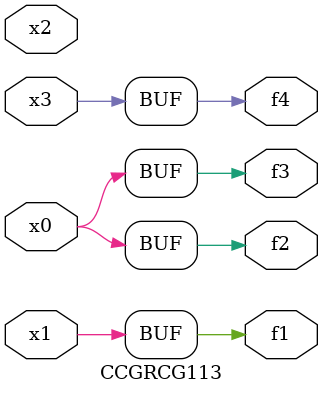
<source format=v>
module CCGRCG113(
	input x0, x1, x2, x3,
	output f1, f2, f3, f4
);
	assign f1 = x1;
	assign f2 = x0;
	assign f3 = x0;
	assign f4 = x3;
endmodule

</source>
